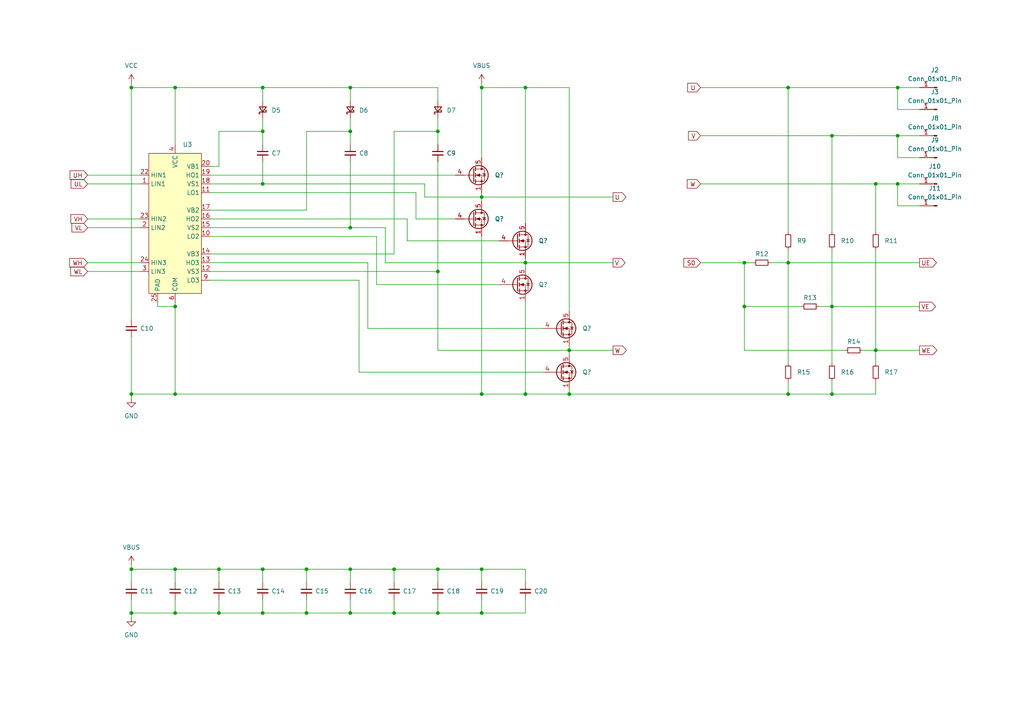
<source format=kicad_sch>
(kicad_sch (version 20250114) (generator "eeschema") (generator_version "9.0")
  (paper "A4")
  (title_block (title "ECOM ESC") (date "2023-11-07") (rev "1.0") (company "ECOM"))
  (lib_symbols
    (symbol "Connector:Conn_01x01_Pin" (pin_names (offset 1.016) (hide yes))
      (property "Reference" "J" (at 0 2.54 0))
      (property "Value" "Conn_01x01_Pin" (at 0 -2.54 0))
      (symbol "Conn_01x01_Pin_1_1"
        (rectangle (start 0.8636 0.127) (end 0 -0.127) (stroke (width 0.1524)) (fill (type outline)))
        (polyline (pts (xy 1.27 0) (xy 0.8636 0)) (stroke (width 0.1524)))
        (pin passive line (at 5.08 0 180) (length 3.81) (name "Pin_1") (number "1"))
      )
    )
    (symbol "LibProj:CSD17578Q5A" (pin_names (hide yes))
      (property "Reference" "Q" (at 5.08 1.905 0))
      (property "Value" "CSD17578Q5A" (at 5.08 0 0))
      (symbol "CSD17578Q5A_0_1"
        (polyline (pts (xy 0.254 1.905) (xy 0.254 -1.905)) (stroke (width 0.254)))
        (polyline (pts (xy 0.254 0) (xy -2.54 0)))
        (polyline (pts (xy 0.762 2.286) (xy 0.762 1.27)) (stroke (width 0.254)))
        (polyline (pts (xy 0.762 0.508) (xy 0.762 -0.508)) (stroke (width 0.254)))
        (polyline (pts (xy 0.762 -1.27) (xy 0.762 -2.286)) (stroke (width 0.254)))
        (polyline (pts (xy 0.762 -1.778) (xy 3.302 -1.778) (xy 3.302 1.778) (xy 0.762 1.778)))
        (polyline (pts (xy 1.016 0) (xy 2.032 0.381) (xy 2.032 -0.381) (xy 1.016 0)) (fill (type outline)))
        (circle (center 1.651 0) (radius 2.794) (stroke (width 0.254)))
        (polyline (pts (xy 2.54 2.54) (xy 2.54 1.778)))
        (circle (center 2.54 1.778) (radius 0.254) (fill (type outline)))
        (circle (center 2.54 -1.778) (radius 0.254) (fill (type outline)))
        (polyline (pts (xy 2.54 -2.54) (xy 2.54 0) (xy 0.762 0)))
        (polyline (pts (xy 2.794 0.508) (xy 2.921 0.381) (xy 3.683 0.381) (xy 3.81 0.254)))
        (polyline (pts (xy 3.302 0.381) (xy 2.921 -0.254) (xy 3.683 -0.254) (xy 3.302 0.381)))
      )
      (symbol "CSD17578Q5A_1_1"
        (pin passive line (at -5.08 0 0) (length 2.54) (name "G") (number "4"))
        (pin passive line (at 2.54 5.08 270) (length 2.54) (name "D") (number "5"))
        (pin passive line (at 2.54 -5.08 90) (length 2.54) (name "S") (number "1"))
        (pin passive line (at 2.54 -5.08 90) (length 2.54) (hide yes) (name "S") (number "2"))
        (pin passive line (at 2.54 -5.08 90) (length 2.54) (hide yes) (name "S") (number "3"))
      )
    )
    (symbol "LibProj:C_Small" (pin_numbers (hide yes)) (pin_names (offset 0.254) (hide yes))
      (property "Reference" "C" (at 0.254 1.778 0))
      (property "Value" "C_Small" (at 0.254 -2.032 0))
      (symbol "C_Small_0_1"
        (polyline (pts (xy -1.524 0.508) (xy 1.524 0.508)) (stroke (width 0.3048)))
        (polyline (pts (xy -1.524 -0.508) (xy 1.524 -0.508)) (stroke (width 0.3302)))
      )
      (symbol "C_Small_1_1"
        (pin passive line (at 0 2.54 270) (length 2.032) (name "~") (number "1"))
        (pin passive line (at 0 -2.54 90) (length 2.032) (name "~") (number "2"))
      )
    )
    (symbol "LibProj:D_Schottky_Small" (pin_numbers (hide yes)) (pin_names (offset 0.254) (hide yes))
      (property "Reference" "D" (at -1.27 2.032 0))
      (property "Value" "D_Schottky_Small" (at -7.112 -2.032 0))
      (symbol "D_Schottky_Small_0_1"
        (polyline (pts (xy -1.27 0.762) (xy -1.27 1.016) (xy -0.762 1.016) (xy -0.762 -1.016) (xy -0.254 -1.016) (xy -0.254 -0.762)) (stroke (width 0.254)))
        (polyline (pts (xy -0.762 0) (xy 0.762 0)))
        (polyline (pts (xy 0.762 -1.016) (xy -0.762 0) (xy 0.762 1.016) (xy 0.762 -1.016)) (stroke (width 0.254)))
      )
      (symbol "D_Schottky_Small_1_1"
        (pin passive line (at -2.54 0 0) (length 1.778) (name "K") (number "1"))
        (pin passive line (at 2.54 0 180) (length 1.778) (name "A") (number "2"))
      )
    )
    (symbol "LibProj:FD6288Q"
      (property "Reference" "U5" (at 2.1941 25.4 0))
      (property "Value" "FD6288Q" (at 2.1941 22.86 0))
      (symbol "FD6288Q_1_1"
        (rectangle (start -7.62 20.32) (end 7.62 -20.32) (fill (type background)))
        (pin passive line (at -10.16 13.97 0) (length 2.54) (name "HIN1") (number "22"))
        (pin passive line (at -10.16 11.43 0) (length 2.54) (name "LIN1") (number "1"))
        (pin no_connect line (at -10.16 6.35 0) (length 2.54) (hide yes) (name "NC") (number "5"))
        (pin passive line (at -10.16 1.27 0) (length 2.54) (name "HIN2") (number "23"))
        (pin passive line (at -10.16 -1.27 0) (length 2.54) (name "LIN2") (number "2"))
        (pin no_connect line (at -10.16 -5.08 0) (length 2.54) (hide yes) (name "NC") (number "7"))
        (pin no_connect line (at -10.16 -7.62 0) (length 2.54) (hide yes) (name "NC") (number "8"))
        (pin passive line (at -10.16 -11.43 0) (length 2.54) (name "HIN3") (number "24"))
        (pin passive line (at -10.16 -13.97 0) (length 2.54) (name "LIN3") (number "3"))
        (pin no_connect line (at -6.35 22.86 270) (length 2.54) (hide yes) (name "NC") (number "21"))
        (pin passive line (at -5.08 -22.86 90) (length 2.54) (name "PAD") (number "25"))
        (pin passive line (at 0 22.86 270) (length 2.54) (name "VCC") (number "4"))
        (pin passive line (at 0 -22.86 90) (length 2.54) (name "COM") (number "6"))
        (pin passive line (at 10.16 16.51 180) (length 2.54) (name "VB1") (number "20"))
        (pin passive line (at 10.16 13.97 180) (length 2.54) (name "HO1") (number "19"))
        (pin passive line (at 10.16 11.43 180) (length 2.54) (name "VS1") (number "18"))
        (pin passive line (at 10.16 8.89 180) (length 2.54) (name "LO1") (number "11"))
        (pin passive line (at 10.16 3.81 180) (length 2.54) (name "VB2") (number "17"))
        (pin passive line (at 10.16 1.27 180) (length 2.54) (name "HO2") (number "16"))
        (pin passive line (at 10.16 -1.27 180) (length 2.54) (name "VS2") (number "15"))
        (pin passive line (at 10.16 -3.81 180) (length 2.54) (name "LO2") (number "10"))
        (pin passive line (at 10.16 -8.89 180) (length 2.54) (name "VB3") (number "14"))
        (pin passive line (at 10.16 -11.43 180) (length 2.54) (name "HO3") (number "13"))
        (pin passive line (at 10.16 -13.97 180) (length 2.54) (name "VS3") (number "12"))
        (pin passive line (at 10.16 -16.51 180) (length 2.54) (name "LO3") (number "9") (alternate "" input line))
      )
    )
    (symbol "LibProj:R_Small" (pin_numbers (hide yes)) (pin_names (offset 0.254) (hide yes))
      (property "Reference" "R" (at 0.762 0.508 0))
      (property "Value" "R_Small" (at 0.762 -1.016 0))
      (symbol "R_Small_0_1"
        (rectangle (start -0.762 1.778) (end 0.762 -1.778) (stroke (width 0.2032)))
      )
      (symbol "R_Small_1_1"
        (pin passive line (at 0 2.54 270) (length 0.762) (name "~") (number "1"))
        (pin passive line (at 0 -2.54 90) (length 0.762) (name "~") (number "2"))
      )
    )
    (symbol "power:GND" (power) (pin_names (offset 0))
      (property "Value" "GND" (at 0 -3.81 0))
      (symbol "GND_0_1"
        (polyline (pts (xy 0 0) (xy 0 -1.27) (xy 1.27 -1.27) (xy 0 -2.54) (xy -1.27 -1.27) (xy 0 -1.27)))
      )
      (symbol "GND_1_1"
        (pin power_in line (at 0 0 270) (length 0) (hide yes) (name "GND") (number "1"))
      )
    )
    (symbol "power:VBUS" (power) (pin_names (offset 0))
      (property "Value" "VBUS" (at 0 3.81 0))
      (symbol "VBUS_0_1"
        (polyline (pts (xy -0.762 1.27) (xy 0 2.54)))
        (polyline (pts (xy 0 2.54) (xy 0.762 1.27)))
        (polyline (pts (xy 0 0) (xy 0 2.54)))
      )
      (symbol "VBUS_1_1"
        (pin power_in line (at 0 0 90) (length 0) (hide yes) (name "VBUS") (number "1"))
      )
    )
    (symbol "power:VCC" (power) (pin_names (offset 0))
      (property "Value" "VCC" (at 0 3.81 0))
      (symbol "VCC_0_1"
        (polyline (pts (xy -0.762 1.27) (xy 0 2.54)))
        (polyline (pts (xy 0 2.54) (xy 0.762 1.27)))
        (polyline (pts (xy 0 0) (xy 0 2.54)))
      )
      (symbol "VCC_1_1"
        (pin power_in line (at 0 0 90) (length 0) (hide yes) (name "VCC") (number "1"))
      )
    )
  )
  (junction (at 152.4 25.4))
  (junction (at 228.6 76.2))
  (junction (at 165.1 114.3))
  (junction (at 152.4 76.2))
  (junction (at 76.2 165.1))
  (junction (at 76.2 25.4))
  (junction (at 101.6 66.04))
  (junction (at 254 101.6))
  (junction (at 88.9 165.1))
  (junction (at 63.5 165.1))
  (junction (at 127 177.8))
  (junction (at 228.6 25.4))
  (junction (at 260.35 25.4))
  (junction (at 139.7 177.8))
  (junction (at 260.35 53.34))
  (junction (at 139.7 25.4))
  (junction (at 114.3 177.8))
  (junction (at 76.2 53.34))
  (junction (at 76.2 177.8))
  (junction (at 50.8 25.4))
  (junction (at 101.6 165.1))
  (junction (at 127 78.74))
  (junction (at 101.6 38.1))
  (junction (at 228.6 114.3))
  (junction (at 139.7 57.15))
  (junction (at 101.6 25.4))
  (junction (at 215.9 88.9))
  (junction (at 63.5 177.8))
  (junction (at 260.35 39.37))
  (junction (at 50.8 88.9))
  (junction (at 241.3 114.3))
  (junction (at 241.3 39.37))
  (junction (at 76.2 38.1))
  (junction (at 101.6 177.8))
  (junction (at 38.1 114.3))
  (junction (at 50.8 177.8))
  (junction (at 38.1 165.1))
  (junction (at 165.1 101.6))
  (junction (at 50.8 114.3))
  (junction (at 215.9 76.2))
  (junction (at 38.1 177.8))
  (junction (at 127 38.1))
  (junction (at 114.3 165.1))
  (junction (at 50.8 165.1))
  (junction (at 88.9 177.8))
  (junction (at 38.1 25.4))
  (junction (at 254 53.34))
  (junction (at 139.7 114.3))
  (junction (at 241.3 88.9))
  (junction (at 139.7 165.1))
  (junction (at 127 165.1))
  (junction (at 152.4 114.3))
  (wire (pts (xy 254 53.34) (xy 260.35 53.34)))
  (wire (pts (xy 50.8 168.91) (xy 50.8 165.1)))
  (wire (pts (xy 127 78.74) (xy 127 101.6)))
  (wire (pts (xy 215.9 101.6) (xy 215.9 88.9)))
  (wire (pts (xy 118.11 63.5) (xy 60.96 63.5)))
  (wire (pts (xy 101.6 46.99) (xy 101.6 66.04)))
  (wire (pts (xy 111.76 66.04) (xy 111.76 76.2)))
  (wire (pts (xy 203.2 76.2) (xy 215.9 76.2)))
  (wire (pts (xy 139.7 68.58) (xy 139.7 114.3)))
  (wire (pts (xy 254 114.3) (xy 254 110.49)))
  (wire (pts (xy 38.1 25.4) (xy 50.8 25.4)))
  (wire (pts (xy 45.72 87.63) (xy 45.72 88.9)))
  (wire (pts (xy 88.9 60.96) (xy 88.9 38.1)))
  (wire (pts (xy 152.4 25.4) (xy 139.7 25.4)))
  (wire (pts (xy 165.1 100.33) (xy 165.1 101.6)))
  (wire (pts (xy 60.96 53.34) (xy 76.2 53.34)))
  (wire (pts (xy 241.3 39.37) (xy 260.35 39.37)))
  (wire (pts (xy 266.7 45.72) (xy 260.35 45.72)))
  (wire (pts (xy 50.8 177.8) (xy 38.1 177.8)))
  (wire (pts (xy 101.6 173.99) (xy 101.6 177.8)))
  (wire (pts (xy 139.7 177.8) (xy 127 177.8)))
  (wire (pts (xy 101.6 66.04) (xy 111.76 66.04)))
  (wire (pts (xy 38.1 177.8) (xy 38.1 179.07)))
  (wire (pts (xy 76.2 53.34) (xy 76.2 46.99)))
  (wire (pts (xy 101.6 38.1) (xy 101.6 41.91)))
  (wire (pts (xy 38.1 25.4) (xy 38.1 92.71)))
  (wire (pts (xy 120.65 55.88) (xy 120.65 63.5)))
  (wire (pts (xy 203.2 53.34) (xy 254 53.34)))
  (wire (pts (xy 241.3 110.49) (xy 241.3 114.3)))
  (wire (pts (xy 241.3 88.9) (xy 241.3 105.41)))
  (wire (pts (xy 50.8 114.3) (xy 139.7 114.3)))
  (wire (pts (xy 101.6 66.04) (xy 60.96 66.04)))
  (wire (pts (xy 60.96 48.26) (xy 63.5 48.26)))
  (wire (pts (xy 152.4 87.63) (xy 152.4 114.3)))
  (wire (pts (xy 254 53.34) (xy 254 67.31)))
  (wire (pts (xy 76.2 34.29) (xy 76.2 38.1)))
  (wire (pts (xy 38.1 163.83) (xy 38.1 165.1)))
  (wire (pts (xy 127 25.4) (xy 127 29.21)))
  (wire (pts (xy 114.3 177.8) (xy 101.6 177.8)))
  (wire (pts (xy 114.3 165.1) (xy 114.3 168.91)))
  (wire (pts (xy 127 38.1) (xy 127 41.91)))
  (wire (pts (xy 260.35 53.34) (xy 266.7 53.34)))
  (wire (pts (xy 254 101.6) (xy 254 105.41)))
  (wire (pts (xy 260.35 31.75) (xy 260.35 25.4)))
  (wire (pts (xy 203.2 39.37) (xy 241.3 39.37)))
  (wire (pts (xy 88.9 173.99) (xy 88.9 177.8)))
  (wire (pts (xy 38.1 173.99) (xy 38.1 177.8)))
  (wire (pts (xy 127 165.1) (xy 127 168.91)))
  (wire (pts (xy 139.7 24.13) (xy 139.7 25.4)))
  (wire (pts (xy 76.2 173.99) (xy 76.2 177.8)))
  (wire (pts (xy 60.96 68.58) (xy 109.22 68.58)))
  (wire (pts (xy 228.6 25.4) (xy 228.6 67.31)))
  (wire (pts (xy 127 101.6) (xy 165.1 101.6)))
  (wire (pts (xy 127 165.1) (xy 139.7 165.1)))
  (wire (pts (xy 260.35 59.69) (xy 266.7 59.69)))
  (wire (pts (xy 101.6 165.1) (xy 114.3 165.1)))
  (wire (pts (xy 101.6 34.29) (xy 101.6 38.1)))
  (wire (pts (xy 127 78.74) (xy 60.96 78.74)))
  (wire (pts (xy 50.8 88.9) (xy 50.8 114.3)))
  (wire (pts (xy 114.3 173.99) (xy 114.3 177.8)))
  (wire (pts (xy 88.9 165.1) (xy 88.9 168.91)))
  (wire (pts (xy 60.96 55.88) (xy 120.65 55.88)))
  (wire (pts (xy 111.76 76.2) (xy 152.4 76.2)))
  (wire (pts (xy 139.7 25.4) (xy 139.7 45.72)))
  (wire (pts (xy 101.6 165.1) (xy 101.6 168.91)))
  (wire (pts (xy 25.4 78.74) (xy 40.64 78.74)))
  (wire (pts (xy 109.22 68.58) (xy 109.22 82.55)))
  (wire (pts (xy 260.35 25.4) (xy 266.7 25.4)))
  (wire (pts (xy 104.14 107.95) (xy 157.48 107.95)))
  (wire (pts (xy 228.6 25.4) (xy 260.35 25.4)))
  (wire (pts (xy 245.11 101.6) (xy 215.9 101.6)))
  (wire (pts (xy 203.2 25.4) (xy 228.6 25.4)))
  (wire (pts (xy 228.6 110.49) (xy 228.6 114.3)))
  (wire (pts (xy 127 46.99) (xy 127 78.74)))
  (wire (pts (xy 250.19 101.6) (xy 254 101.6)))
  (wire (pts (xy 50.8 173.99) (xy 50.8 177.8)))
  (wire (pts (xy 60.96 81.28) (xy 104.14 81.28)))
  (wire (pts (xy 223.52 76.2) (xy 228.6 76.2)))
  (wire (pts (xy 25.4 76.2) (xy 40.64 76.2)))
  (wire (pts (xy 139.7 173.99) (xy 139.7 177.8)))
  (wire (pts (xy 63.5 165.1) (xy 50.8 165.1)))
  (wire (pts (xy 152.4 173.99) (xy 152.4 177.8)))
  (wire (pts (xy 139.7 57.15) (xy 139.7 58.42)))
  (wire (pts (xy 152.4 114.3) (xy 165.1 114.3)))
  (wire (pts (xy 114.3 38.1) (xy 127 38.1)))
  (wire (pts (xy 165.1 101.6) (xy 177.8 101.6)))
  (wire (pts (xy 106.68 76.2) (xy 60.96 76.2)))
  (wire (pts (xy 25.4 63.5) (xy 40.64 63.5)))
  (wire (pts (xy 76.2 168.91) (xy 76.2 165.1)))
  (wire (pts (xy 237.49 88.9) (xy 241.3 88.9)))
  (wire (pts (xy 152.4 76.2) (xy 152.4 77.47)))
  (wire (pts (xy 165.1 25.4) (xy 165.1 90.17)))
  (wire (pts (xy 165.1 114.3) (xy 165.1 113.03)))
  (wire (pts (xy 38.1 114.3) (xy 50.8 114.3)))
  (wire (pts (xy 114.3 73.66) (xy 114.3 38.1)))
  (wire (pts (xy 38.1 97.79) (xy 38.1 114.3)))
  (wire (pts (xy 241.3 72.39) (xy 241.3 88.9)))
  (wire (pts (xy 139.7 114.3) (xy 152.4 114.3)))
  (wire (pts (xy 139.7 57.15) (xy 177.8 57.15)))
  (wire (pts (xy 106.68 95.25) (xy 106.68 76.2)))
  (wire (pts (xy 104.14 81.28) (xy 104.14 107.95)))
  (wire (pts (xy 228.6 76.2) (xy 228.6 105.41)))
  (wire (pts (xy 228.6 114.3) (xy 241.3 114.3)))
  (wire (pts (xy 165.1 101.6) (xy 165.1 102.87)))
  (wire (pts (xy 139.7 165.1) (xy 152.4 165.1)))
  (wire (pts (xy 260.35 53.34) (xy 260.35 59.69)))
  (wire (pts (xy 101.6 25.4) (xy 127 25.4)))
  (wire (pts (xy 152.4 25.4) (xy 152.4 64.77)))
  (wire (pts (xy 38.1 24.13) (xy 38.1 25.4)))
  (wire (pts (xy 38.1 165.1) (xy 38.1 168.91)))
  (wire (pts (xy 215.9 76.2) (xy 218.44 76.2)))
  (wire (pts (xy 50.8 25.4) (xy 76.2 25.4)))
  (wire (pts (xy 76.2 165.1) (xy 88.9 165.1)))
  (wire (pts (xy 88.9 38.1) (xy 101.6 38.1)))
  (wire (pts (xy 260.35 39.37) (xy 260.35 45.72)))
  (wire (pts (xy 63.5 168.91) (xy 63.5 165.1)))
  (wire (pts (xy 25.4 66.04) (xy 40.64 66.04)))
  (wire (pts (xy 120.65 63.5) (xy 132.08 63.5)))
  (wire (pts (xy 76.2 25.4) (xy 76.2 29.21)))
  (wire (pts (xy 254 72.39) (xy 254 101.6)))
  (wire (pts (xy 109.22 82.55) (xy 144.78 82.55)))
  (wire (pts (xy 76.2 177.8) (xy 63.5 177.8)))
  (wire (pts (xy 63.5 48.26) (xy 63.5 38.1)))
  (wire (pts (xy 88.9 177.8) (xy 76.2 177.8)))
  (wire (pts (xy 50.8 25.4) (xy 50.8 41.91)))
  (wire (pts (xy 127 173.99) (xy 127 177.8)))
  (wire (pts (xy 241.3 114.3) (xy 254 114.3)))
  (wire (pts (xy 50.8 87.63) (xy 50.8 88.9)))
  (wire (pts (xy 127 34.29) (xy 127 38.1)))
  (wire (pts (xy 123.19 53.34) (xy 123.19 57.15)))
  (wire (pts (xy 152.4 168.91) (xy 152.4 165.1)))
  (wire (pts (xy 60.96 60.96) (xy 88.9 60.96)))
  (wire (pts (xy 118.11 69.85) (xy 118.11 63.5)))
  (wire (pts (xy 38.1 114.3) (xy 38.1 115.57)))
  (wire (pts (xy 25.4 53.34) (xy 40.64 53.34)))
  (wire (pts (xy 25.4 50.8) (xy 40.64 50.8)))
  (wire (pts (xy 50.8 165.1) (xy 38.1 165.1)))
  (wire (pts (xy 76.2 25.4) (xy 101.6 25.4)))
  (wire (pts (xy 101.6 177.8) (xy 88.9 177.8)))
  (wire (pts (xy 260.35 31.75) (xy 266.7 31.75)))
  (wire (pts (xy 76.2 38.1) (xy 76.2 41.91)))
  (wire (pts (xy 165.1 25.4) (xy 152.4 25.4)))
  (wire (pts (xy 139.7 55.88) (xy 139.7 57.15)))
  (wire (pts (xy 260.35 39.37) (xy 266.7 39.37)))
  (wire (pts (xy 157.48 95.25) (xy 106.68 95.25)))
  (wire (pts (xy 88.9 165.1) (xy 101.6 165.1)))
  (wire (pts (xy 63.5 177.8) (xy 50.8 177.8)))
  (wire (pts (xy 241.3 39.37) (xy 241.3 67.31)))
  (wire (pts (xy 152.4 74.93) (xy 152.4 76.2)))
  (wire (pts (xy 215.9 88.9) (xy 232.41 88.9)))
  (wire (pts (xy 101.6 25.4) (xy 101.6 29.21)))
  (wire (pts (xy 254 101.6) (xy 266.7 101.6)))
  (wire (pts (xy 241.3 88.9) (xy 266.7 88.9)))
  (wire (pts (xy 139.7 165.1) (xy 139.7 168.91)))
  (wire (pts (xy 60.96 50.8) (xy 132.08 50.8)))
  (wire (pts (xy 63.5 173.99) (xy 63.5 177.8)))
  (wire (pts (xy 45.72 88.9) (xy 50.8 88.9)))
  (wire (pts (xy 228.6 76.2) (xy 266.7 76.2)))
  (wire (pts (xy 165.1 114.3) (xy 228.6 114.3)))
  (wire (pts (xy 152.4 177.8) (xy 139.7 177.8)))
  (wire (pts (xy 127 177.8) (xy 114.3 177.8)))
  (wire (pts (xy 228.6 72.39) (xy 228.6 76.2)))
  (wire (pts (xy 215.9 88.9) (xy 215.9 76.2)))
  (wire (pts (xy 60.96 73.66) (xy 114.3 73.66)))
  (wire (pts (xy 63.5 38.1) (xy 76.2 38.1)))
  (wire (pts (xy 152.4 76.2) (xy 177.8 76.2)))
  (wire (pts (xy 144.78 69.85) (xy 118.11 69.85)))
  (wire (pts (xy 76.2 53.34) (xy 123.19 53.34)))
  (wire (pts (xy 63.5 165.1) (xy 76.2 165.1)))
  (wire (pts (xy 123.19 57.15) (xy 139.7 57.15)))
  (wire (pts (xy 114.3 165.1) (xy 127 165.1)))
  (global_label "UE" (shape output) (at 266.7 76.2 0) (property "Intersheetrefs" "${INTERSHEET_REFS}" (effects (hide yes))))
  (global_label "V" (shape input) (at 203.2 39.37 180) (property "Intersheetrefs" "${INTERSHEET_REFS}" (effects (hide yes))))
  (global_label "U" (shape output) (at 177.8 57.15 0) (property "Intersheetrefs" "${INTERSHEET_REFS}" (effects (hide yes))))
  (global_label "S0" (shape input) (at 203.2 76.2 180) (property "Intersheetrefs" "${INTERSHEET_REFS}" (effects (hide yes))))
  (global_label "W" (shape input) (at 203.2 53.34 180) (property "Intersheetrefs" "${INTERSHEET_REFS}" (effects (hide yes))))
  (global_label "UL" (shape input) (at 25.4 53.34 180) (property "Intersheetrefs" "${INTERSHEET_REFS}" (effects (hide yes))))
  (global_label "V" (shape output) (at 177.8 76.2 0) (property "Intersheetrefs" "${INTERSHEET_REFS}" (effects (hide yes))))
  (global_label "UH" (shape input) (at 25.4 50.8 180) (property "Intersheetrefs" "${INTERSHEET_REFS}" (effects (hide yes))))
  (global_label "WE" (shape output) (at 266.7 101.6 0) (property "Intersheetrefs" "${INTERSHEET_REFS}" (effects (hide yes))))
  (global_label "VL" (shape input) (at 25.4 66.04 180) (property "Intersheetrefs" "${INTERSHEET_REFS}" (effects (hide yes))))
  (global_label "WH" (shape input) (at 25.4 76.2 180) (property "Intersheetrefs" "${INTERSHEET_REFS}" (effects (hide yes))))
  (global_label "W" (shape output) (at 177.8 101.6 0) (property "Intersheetrefs" "${INTERSHEET_REFS}" (effects (hide yes))))
  (global_label "VE" (shape output) (at 266.7 88.9 0) (property "Intersheetrefs" "${INTERSHEET_REFS}" (effects (hide yes))))
  (global_label "VH" (shape input) (at 25.4 63.5 180) (property "Intersheetrefs" "${INTERSHEET_REFS}" (effects (hide yes))))
  (global_label "U" (shape input) (at 203.2 25.4 180) (property "Intersheetrefs" "${INTERSHEET_REFS}" (effects (hide yes))))
  (global_label "WL" (shape input) (at 25.4 78.74 180) (property "Intersheetrefs" "${INTERSHEET_REFS}" (effects (hide yes))))
  (symbol (lib_id "LibProj:CSD17578Q5A") (at 149.86 82.55 0) (unit 1)
    (property "Reference" "Q8" (at 156.21 82.55 0) (effects (justify left)))
    (property "Value" "JMSL0302AU" (effects (hide yes)))
    (property "Footprint" "Package_SON:VSON-8_3.3x3.3mm_P0.65mm_NexFET" (effects (hide yes)))
    (property "Datasheet" "http://www.ti.com/lit/gpn/csd17578q5a" (effects (hide yes)))
    (property "JLCPCB Part #" "C2890409" (effects (hide yes)))
    (instances (project "HCU" (path "" (reference "Q?") (unit 1))) (project "AART11" (path "" (reference "Q8") (unit 1))) (project "DCU" (path "" (reference "Q?") (unit 1)) (path "" (reference "Q?") (unit 1))))
  )
  (symbol (lib_id "LibProj:C_Small") (at 76.2 171.45 0) (unit 1)
    (property "Reference" "C14" (at 78.74 171.4563 0) (effects (justify left)))
    (property "Value" "22uF" (effects (hide yes)))
    (property "Footprint" "AART11footprints:C_0805_2012Metric_22µF" (effects (hide yes)))
    (property "JLCPCB Part #" "C45783" (effects (hide yes)))
    (property "Rating" "X5R - 25V - ±20%" (effects (hide yes)))
  )
  (symbol (lib_id "power:GND") (at 38.1 115.57 0) (unit 1)
    (property "Reference" "#PWR014" (effects (hide yes)))
    (property "Value" "GND" (at 38.1 120.65 0))
  )
  (symbol (lib_id "LibProj:CSD17578Q5A") (at 162.56 95.25 0) (unit 1)
    (property "Reference" "Q9" (at 168.91 95.25 0) (effects (justify left)))
    (property "Value" "JMSL0302AU" (effects (hide yes)))
    (property "Footprint" "Package_SON:VSON-8_3.3x3.3mm_P0.65mm_NexFET" (effects (hide yes)))
    (property "Datasheet" "http://www.ti.com/lit/gpn/csd17578q5a" (effects (hide yes)))
    (property "JLCPCB Part #" "C2890409" (effects (hide yes)))
    (instances (project "HCU" (path "" (reference "Q?") (unit 1))) (project "AART11" (path "" (reference "Q9") (unit 1))) (project "DCU" (path "" (reference "Q?") (unit 1)) (path "" (reference "Q?") (unit 1))))
  )
  (symbol (lib_id "LibProj:R_Small") (at 241.3 69.85 0) (unit 1)
    (property "Reference" "R10" (at 243.84 69.85 0) (effects (justify left)))
    (property "Value" "10k" (effects (hide yes)))
    (property "Footprint" "Resistor_SMD:R_0402_1005Metric" (effects (hide yes)))
    (property "JLCPCB Part #" "C25744" (effects (hide yes)))
    (property "Rating" "62.5mW - ±1%" (effects (hide yes)))
  )
  (symbol (lib_id "LibProj:C_Small") (at 88.9 171.45 0) (unit 1)
    (property "Reference" "C15" (at 91.44 171.4563 0) (effects (justify left)))
    (property "Value" "22uF" (effects (hide yes)))
    (property "Footprint" "AART11footprints:C_0805_2012Metric_22µF" (effects (hide yes)))
    (property "JLCPCB Part #" "C45783" (effects (hide yes)))
    (property "Rating" "X5R - 25V - ±20%" (effects (hide yes)))
  )
  (symbol (lib_id "LibProj:C_Small") (at 127 44.45 0) (unit 1)
    (property "Reference" "C9" (at 129.54 44.4563 0) (effects (justify left)))
    (property "Value" "220nF" (effects (hide yes)))
    (property "Footprint" "Capacitor_SMD:C_0603_1608Metric" (effects (hide yes)))
    (property "JLCPCB Part #" "C21120" (effects (hide yes)))
    (property "Rating" "X7R - 25V - ±10%" (effects (hide yes)))
  )
  (symbol (lib_id "LibProj:R_Small") (at 228.6 69.85 0) (unit 1)
    (property "Reference" "R9" (at 231.14 69.85 0) (effects (justify left)))
    (property "Value" "10k" (effects (hide yes)))
    (property "Footprint" "Resistor_SMD:R_0402_1005Metric" (effects (hide yes)))
    (property "JLCPCB Part #" "C25744" (effects (hide yes)))
    (property "Rating" "62.5mW - ±1%" (effects (hide yes)))
  )
  (symbol (lib_id "LibProj:C_Small") (at 50.8 171.45 0) (unit 1)
    (property "Reference" "C12" (at 53.34 171.4563 0) (effects (justify left)))
    (property "Value" "22uF" (effects (hide yes)))
    (property "Footprint" "Capacitor_SMD:C_0805_2012Metric" (effects (hide yes)))
    (property "JLCPCB Part #" "C45783" (effects (hide yes)))
    (property "Rating" "X5R - 25V - ±20%" (effects (hide yes)))
  )
  (symbol (lib_id "power:GND") (at 38.1 179.07 0) (unit 1)
    (property "Reference" "#PWR016" (effects (hide yes)))
    (property "Value" "GND" (at 38.1 184.15 0))
  )
  (symbol (lib_id "Connector:Conn_01x01_Pin") (at 271.78 53.34 0) (mirror y) (unit 1)
    (property "Reference" "J10" (at 271.145 48.26 0))
    (property "Value" "Conn_01x01_Pin" (at 271.145 50.8 0))
    (property "Footprint" "Connector_Wire:SolderWire-0.15sqmm_1x01_D0.5mm_OD1.5mm" (effects (hide yes)))
  )
  (symbol (lib_id "LibProj:CSD17578Q5A") (at 137.16 50.8 0) (unit 1)
    (property "Reference" "Q5" (at 143.51 50.8 0) (effects (justify left)))
    (property "Value" "JMSL0302AU" (effects (hide yes)))
    (property "Footprint" "Package_SON:VSON-8_3.3x3.3mm_P0.65mm_NexFET" (effects (hide yes)))
    (property "Datasheet" "http://www.ti.com/lit/gpn/csd17578q5a" (effects (hide yes)))
    (property "JLCPCB Part #" "C2890409" (effects (hide yes)))
    (instances (project "HCU" (path "" (reference "Q?") (unit 1))) (project "AART11" (path "" (reference "Q5") (unit 1))) (project "DCU" (path "" (reference "Q?") (unit 1)) (path "" (reference "Q?") (unit 1))))
  )
  (symbol (lib_id "power:VBUS") (at 38.1 163.83 0) (unit 1)
    (property "Reference" "#PWR015" (effects (hide yes)))
    (property "Value" "VBUS" (at 38.1 158.75 0))
  )
  (symbol (lib_id "Connector:Conn_01x01_Pin") (at 271.78 25.4 0) (mirror y) (unit 1)
    (property "Reference" "J2" (at 271.145 20.32 0))
    (property "Value" "Conn_01x01_Pin" (at 271.145 22.86 0))
    (property "Footprint" "Connector_Wire:SolderWire-0.15sqmm_1x01_D0.5mm_OD1.5mm" (effects (hide yes)))
  )
  (symbol (lib_id "Connector:Conn_01x01_Pin") (at 271.78 59.69 0) (mirror y) (unit 1)
    (property "Reference" "J11" (at 271.145 54.61 0))
    (property "Value" "Conn_01x01_Pin" (at 271.145 57.15 0))
    (property "Footprint" "Connector_Wire:SolderWire-0.15sqmm_1x01_D0.5mm_OD1.5mm" (effects (hide yes)))
  )
  (symbol (lib_id "LibProj:CSD17578Q5A") (at 149.86 69.85 0) (unit 1)
    (property "Reference" "Q7" (at 156.21 69.85 0) (effects (justify left)))
    (property "Value" "JMSL0302AU" (effects (hide yes)))
    (property "Footprint" "Package_SON:VSON-8_3.3x3.3mm_P0.65mm_NexFET" (effects (hide yes)))
    (property "Datasheet" "http://www.ti.com/lit/gpn/csd17578q5a" (effects (hide yes)))
    (property "JLCPCB Part #" "C2890409" (effects (hide yes)))
    (instances (project "HCU" (path "" (reference "Q?") (unit 1))) (project "AART11" (path "" (reference "Q7") (unit 1))) (project "DCU" (path "" (reference "Q?") (unit 1)) (path "" (reference "Q?") (unit 1))))
  )
  (symbol (lib_id "LibProj:R_Small") (at 228.6 107.95 0) (unit 1)
    (property "Reference" "R15" (at 231.14 107.95 0) (effects (justify left)))
    (property "Value" "2k2" (effects (hide yes)))
    (property "Footprint" "Resistor_SMD:R_0402_1005Metric" (effects (hide yes)))
    (property "JLCPCB Part #" "C25879" (effects (hide yes)))
    (property "Rating" "62.5mW - ±1%" (effects (hide yes)))
  )
  (symbol (lib_id "LibProj:R_Small") (at 241.3 107.95 0) (unit 1)
    (property "Reference" "R16" (at 243.84 107.95 0) (effects (justify left)))
    (property "Value" "2k2" (effects (hide yes)))
    (property "Footprint" "Resistor_SMD:R_0402_1005Metric" (effects (hide yes)))
    (property "JLCPCB Part #" "C25879" (effects (hide yes)))
    (property "Rating" "62.5mW - ±1%" (effects (hide yes)))
  )
  (symbol (lib_id "LibProj:C_Small") (at 76.2 44.45 0) (unit 1)
    (property "Reference" "C7" (at 78.74 44.4563 0) (effects (justify left)))
    (property "Value" "220nF" (effects (hide yes)))
    (property "Footprint" "Capacitor_SMD:C_0603_1608Metric" (effects (hide yes)))
    (property "JLCPCB Part #" "C21120" (effects (hide yes)))
    (property "Rating" "X7R - 25V - ±10%" (effects (hide yes)))
  )
  (symbol (lib_id "LibProj:C_Small") (at 101.6 44.45 0) (unit 1)
    (property "Reference" "C8" (at 104.14 44.4563 0) (effects (justify left)))
    (property "Value" "220nF" (effects (hide yes)))
    (property "Footprint" "Capacitor_SMD:C_0603_1608Metric" (effects (hide yes)))
    (property "JLCPCB Part #" "C21120" (effects (hide yes)))
    (property "Rating" "X7R - 25V - ±10%" (effects (hide yes)))
  )
  (symbol (lib_id "LibProj:C_Small") (at 38.1 171.45 0) (unit 1)
    (property "Reference" "C11" (at 40.64 171.4563 0) (effects (justify left)))
    (property "Value" "22uF" (effects (hide yes)))
    (property "Footprint" "Capacitor_SMD:C_0805_2012Metric" (effects (hide yes)))
    (property "JLCPCB Part #" "C45783" (effects (hide yes)))
    (property "Rating" "X5R - 25V - ±20%" (effects (hide yes)))
  )
  (symbol (lib_id "power:VCC") (at 38.1 24.13 0) (unit 1)
    (property "Reference" "#PWR012" (effects (hide yes)))
    (property "Value" "VCC" (at 38.1 19.05 0))
  )
  (symbol (lib_id "LibProj:R_Small") (at 220.98 76.2 270) (unit 1)
    (property "Reference" "R12" (at 220.98 73.66 90))
    (property "Value" "10k" (effects (hide yes)))
    (property "Footprint" "Resistor_SMD:R_0402_1005Metric" (effects (hide yes)))
    (property "JLCPCB Part #" "C25744" (effects (hide yes)))
    (property "Rating" "62.5mW - ±1%" (effects (hide yes)))
  )
  (symbol (lib_id "LibProj:C_Small") (at 38.1 95.25 0) (unit 1)
    (property "Reference" "C10" (at 40.64 95.2563 0) (effects (justify left)))
    (property "Value" "1uF" (effects (hide yes)))
    (property "Footprint" "Capacitor_SMD:C_0603_1608Metric" (effects (hide yes)))
    (property "JLCPCB Part #" "C15849" (effects (hide yes)))
    (property "Rating" "X5R - 50V - ±10%" (effects (hide yes)))
  )
  (symbol (lib_id "Connector:Conn_01x01_Pin") (at 271.78 31.75 0) (mirror y) (unit 1)
    (property "Reference" "J3" (at 271.145 26.67 0))
    (property "Value" "Conn_01x01_Pin" (at 271.145 29.21 0))
    (property "Footprint" "Connector_Wire:SolderWire-0.15sqmm_1x01_D0.5mm_OD1.5mm" (effects (hide yes)))
  )
  (symbol (lib_id "LibProj:D_Schottky_Small") (at 127 31.75 90) (unit 1)
    (property "Reference" "D7" (at 129.54 32.004 90) (effects (justify right)))
    (property "Value" "RB521SM-40T2R" (effects (hide yes)))
    (property "Footprint" "Diode_SMD:D_SOD-523" (effects (hide yes)))
    (property "JLCPCB Part #" "C253516" (effects (hide yes)))
  )
  (symbol (lib_id "LibProj:FD6288Q") (at 50.8 64.77 0) (unit 1)
    (property "Reference" "U3" (at 52.9941 41.91 0) (effects (justify left)))
    (property "Value" "FD6288Q" (effects (hide yes)))
    (property "Footprint" "Package_DFN_QFN:QFN-24-1EP_4x4mm_P0.5mm_EP2.6x2.6mm" (effects (hide yes)))
    (property "JLCPCB Part #" "C328453" (effects (hide yes)))
  )
  (symbol (lib_id "LibProj:C_Small") (at 152.4 171.45 0) (unit 1)
    (property "Reference" "C20" (at 154.94 171.4563 0) (effects (justify left)))
    (property "Value" "22uF" (effects (hide yes)))
    (property "Footprint" "AART11footprints:C_0805_2012Metric_22µF" (effects (hide yes)))
    (property "JLCPCB Part #" "C45783" (effects (hide yes)))
    (property "Rating" "X5R - 25V - ±20%" (effects (hide yes)))
  )
  (symbol (lib_id "LibProj:C_Small") (at 63.5 171.45 0) (unit 1)
    (property "Reference" "C13" (at 66.04 171.4563 0) (effects (justify left)))
    (property "Value" "22uF" (effects (hide yes)))
    (property "Footprint" "Capacitor_SMD:C_0805_2012Metric" (effects (hide yes)))
    (property "JLCPCB Part #" "C45783" (effects (hide yes)))
    (property "Rating" "X5R - 25V - ±20%" (effects (hide yes)))
  )
  (symbol (lib_id "LibProj:R_Small") (at 254 107.95 0) (unit 1)
    (property "Reference" "R17" (at 256.54 107.95 0) (effects (justify left)))
    (property "Value" "2k2" (effects (hide yes)))
    (property "Footprint" "Resistor_SMD:R_0402_1005Metric" (effects (hide yes)))
    (property "JLCPCB Part #" "C25879" (effects (hide yes)))
    (property "Rating" "62.5mW - ±1%" (effects (hide yes)))
  )
  (symbol (lib_id "power:VBUS") (at 139.7 24.13 0) (unit 1)
    (property "Reference" "#PWR013" (effects (hide yes)))
    (property "Value" "VBUS" (at 139.7 19.05 0))
  )
  (symbol (lib_id "LibProj:CSD17578Q5A") (at 137.16 63.5 0) (unit 1)
    (property "Reference" "Q6" (at 143.51 63.5 0) (effects (justify left)))
    (property "Value" "JMSL0302AU" (effects (hide yes)))
    (property "Footprint" "Package_SON:VSON-8_3.3x3.3mm_P0.65mm_NexFET" (effects (hide yes)))
    (property "Datasheet" "http://www.ti.com/lit/gpn/csd17578q5a" (effects (hide yes)))
    (property "JLCPCB Part #" "C2890409" (effects (hide yes)))
    (instances (project "HCU" (path "" (reference "Q?") (unit 1))) (project "AART11" (path "" (reference "Q6") (unit 1))) (project "DCU" (path "" (reference "Q?") (unit 1)) (path "" (reference "Q?") (unit 1))))
  )
  (symbol (lib_id "LibProj:C_Small") (at 101.6 171.45 0) (unit 1)
    (property "Reference" "C16" (at 104.14 171.4563 0) (effects (justify left)))
    (property "Value" "22uF" (effects (hide yes)))
    (property "Footprint" "AART11footprints:C_0805_2012Metric_22µF" (effects (hide yes)))
    (property "JLCPCB Part #" "C45783" (effects (hide yes)))
    (property "Rating" "X5R - 25V - ±20%" (effects (hide yes)))
  )
  (symbol (lib_id "LibProj:C_Small") (at 127 171.45 0) (unit 1)
    (property "Reference" "C18" (at 129.54 171.4563 0) (effects (justify left)))
    (property "Value" "22uF" (effects (hide yes)))
    (property "Footprint" "AART11footprints:C_0805_2012Metric_22µF" (effects (hide yes)))
    (property "JLCPCB Part #" "C45783" (effects (hide yes)))
    (property "Rating" "X5R - 25V - ±20%" (effects (hide yes)))
  )
  (symbol (lib_id "LibProj:R_Small") (at 234.95 88.9 90) (unit 1)
    (property "Reference" "R13" (at 234.95 86.36 90))
    (property "Value" "10k" (effects (hide yes)))
    (property "Footprint" "Resistor_SMD:R_0402_1005Metric" (effects (hide yes)))
    (property "JLCPCB Part #" "C25744" (effects (hide yes)))
    (property "Rating" "62.5mW - ±1%" (effects (hide yes)))
  )
  (symbol (lib_id "Connector:Conn_01x01_Pin") (at 271.78 39.37 0) (mirror y) (unit 1)
    (property "Reference" "J8" (at 271.145 34.29 0))
    (property "Value" "Conn_01x01_Pin" (at 271.145 36.83 0))
    (property "Footprint" "Connector_Wire:SolderWire-0.15sqmm_1x01_D0.5mm_OD1.5mm" (effects (hide yes)))
  )
  (symbol (lib_id "LibProj:C_Small") (at 114.3 171.45 0) (unit 1)
    (property "Reference" "C17" (at 116.84 171.4563 0) (effects (justify left)))
    (property "Value" "22uF" (effects (hide yes)))
    (property "Footprint" "AART11footprints:C_0805_2012Metric_22µF" (effects (hide yes)))
    (property "JLCPCB Part #" "C45783" (effects (hide yes)))
    (property "Rating" "X5R - 25V - ±20%" (effects (hide yes)))
  )
  (symbol (lib_id "LibProj:R_Small") (at 247.65 101.6 90) (unit 1)
    (property "Reference" "R14" (at 247.65 99.06 90))
    (property "Value" "10k" (effects (hide yes)))
    (property "Footprint" "Resistor_SMD:R_0402_1005Metric" (effects (hide yes)))
    (property "JLCPCB Part #" "C25744" (effects (hide yes)))
    (property "Rating" "62.5mW - ±1%" (effects (hide yes)))
  )
  (symbol (lib_id "LibProj:C_Small") (at 139.7 171.45 0) (unit 1)
    (property "Reference" "C19" (at 142.24 171.4563 0) (effects (justify left)))
    (property "Value" "22uF" (effects (hide yes)))
    (property "Footprint" "AART11footprints:C_0805_2012Metric_22µF" (effects (hide yes)))
    (property "JLCPCB Part #" "C45783" (effects (hide yes)))
    (property "Rating" "X5R - 25V - ±20%" (effects (hide yes)))
  )
  (symbol (lib_id "LibProj:D_Schottky_Small") (at 76.2 31.75 90) (unit 1)
    (property "Reference" "D5" (at 78.74 32.004 90) (effects (justify right)))
    (property "Value" "RB521SM-40T2R" (effects (hide yes)))
    (property "Footprint" "Diode_SMD:D_SOD-523" (effects (hide yes)))
    (property "JLCPCB Part #" "C253516" (effects (hide yes)))
  )
  (symbol (lib_id "LibProj:R_Small") (at 254 69.85 0) (unit 1)
    (property "Reference" "R11" (at 256.54 69.85 0) (effects (justify left)))
    (property "Value" "10k" (effects (hide yes)))
    (property "Footprint" "Resistor_SMD:R_0402_1005Metric" (effects (hide yes)))
    (property "JLCPCB Part #" "C25744" (effects (hide yes)))
    (property "Rating" "62.5mW - ±1%" (effects (hide yes)))
  )
  (symbol (lib_id "LibProj:CSD17578Q5A") (at 162.56 107.95 0) (unit 1)
    (property "Reference" "Q10" (at 168.91 107.95 0) (effects (justify left)))
    (property "Value" "JMSL0302AU" (effects (hide yes)))
    (property "Footprint" "Package_SON:VSON-8_3.3x3.3mm_P0.65mm_NexFET" (effects (hide yes)))
    (property "Datasheet" "http://www.ti.com/lit/gpn/csd17578q5a" (effects (hide yes)))
    (property "JLCPCB Part #" "C2890409" (effects (hide yes)))
    (instances (project "HCU" (path "" (reference "Q?") (unit 1))) (project "AART11" (path "" (reference "Q10") (unit 1))) (project "DCU" (path "" (reference "Q?") (unit 1)) (path "" (reference "Q?") (unit 1))))
  )
  (symbol (lib_id "Connector:Conn_01x01_Pin") (at 271.78 45.72 0) (mirror y) (unit 1)
    (property "Reference" "J9" (at 271.145 40.64 0))
    (property "Value" "Conn_01x01_Pin" (at 271.145 43.18 0))
    (property "Footprint" "Connector_Wire:SolderWire-0.15sqmm_1x01_D0.5mm_OD1.5mm" (effects (hide yes)))
  )
  (symbol (lib_id "LibProj:D_Schottky_Small") (at 101.6 31.75 90) (unit 1)
    (property "Reference" "D6" (at 104.14 32.004 90) (effects (justify right)))
    (property "Value" "RB521SM-40T2R" (effects (hide yes)))
    (property "Footprint" "Diode_SMD:D_SOD-523" (effects (hide yes)))
    (property "JLCPCB Part #" "C253516" (effects (hide yes)))
  )
)
</source>
